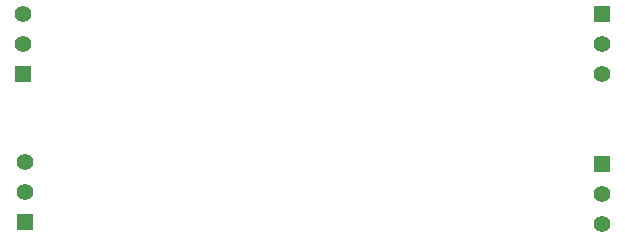
<source format=gbr>
%TF.GenerationSoftware,KiCad,Pcbnew,(6.0.8-1)-1*%
%TF.CreationDate,2023-06-07T12:10:10-04:00*%
%TF.ProjectId,Ecal2.5x2.5cm,4563616c-322e-4357-9832-2e35636d2e6b,rev?*%
%TF.SameCoordinates,Original*%
%TF.FileFunction,Soldermask,Bot*%
%TF.FilePolarity,Negative*%
%FSLAX46Y46*%
G04 Gerber Fmt 4.6, Leading zero omitted, Abs format (unit mm)*
G04 Created by KiCad (PCBNEW (6.0.8-1)-1) date 2023-06-07 12:10:10*
%MOMM*%
%LPD*%
G01*
G04 APERTURE LIST*
%ADD10R,1.397000X1.397000*%
%ADD11C,1.397000*%
G04 APERTURE END LIST*
D10*
%TO.C,REF\u002A\u002A*%
X136949900Y-66312500D03*
D11*
X136949900Y-68852500D03*
X136949900Y-71392500D03*
%TD*%
%TO.C,REF\u002A\u002A*%
X136949900Y-58692500D03*
X136949900Y-56152500D03*
D10*
X136949900Y-53612500D03*
%TD*%
%TO.C,REF\u002A\u002A*%
X88100000Y-71200000D03*
D11*
X88100000Y-68660000D03*
X88100000Y-66120000D03*
%TD*%
D10*
%TO.C,REF\u002A\u002A*%
X87950100Y-58687500D03*
D11*
X87950100Y-56147500D03*
X87950100Y-53607500D03*
%TD*%
M02*

</source>
